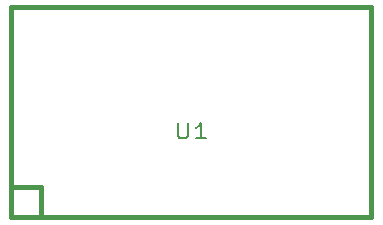
<source format=gbr>
G04 #@! TF.GenerationSoftware,KiCad,Pcbnew,(5.0.2)-1*
G04 #@! TF.CreationDate,2019-05-05T16:29:57-05:00*
G04 #@! TF.ProjectId,SL40,534c3430-2e6b-4696-9361-645f70636258,rev?*
G04 #@! TF.SameCoordinates,Original*
G04 #@! TF.FileFunction,Legend,Top*
G04 #@! TF.FilePolarity,Positive*
%FSLAX46Y46*%
G04 Gerber Fmt 4.6, Leading zero omitted, Abs format (unit mm)*
G04 Created by KiCad (PCBNEW (5.0.2)-1) date 5/5/2019 4:29:57 PM*
%MOMM*%
%LPD*%
G01*
G04 APERTURE LIST*
%ADD10C,0.381000*%
%ADD11C,0.203200*%
G04 APERTURE END LIST*
D10*
G04 #@! TO.C,U1*
X19843750Y-88106250D02*
X19843750Y-90646250D01*
X17303750Y-88106250D02*
X19843750Y-88106250D01*
X47783750Y-72866250D02*
X17303750Y-72866250D01*
X47783750Y-90646250D02*
X47783750Y-72866250D01*
X17303750Y-90646250D02*
X47783750Y-90646250D01*
X17303750Y-72866250D02*
X17303750Y-90646250D01*
D11*
X31382607Y-82685773D02*
X31382607Y-83713869D01*
X31455178Y-83834821D01*
X31527750Y-83895297D01*
X31672892Y-83955773D01*
X31963178Y-83955773D01*
X32108321Y-83895297D01*
X32180892Y-83834821D01*
X32253464Y-83713869D01*
X32253464Y-82685773D01*
X33777464Y-83955773D02*
X32906607Y-83955773D01*
X33342035Y-83955773D02*
X33342035Y-82685773D01*
X33196892Y-82867202D01*
X33051750Y-82988154D01*
X32906607Y-83048630D01*
G04 #@! TD*
M02*

</source>
